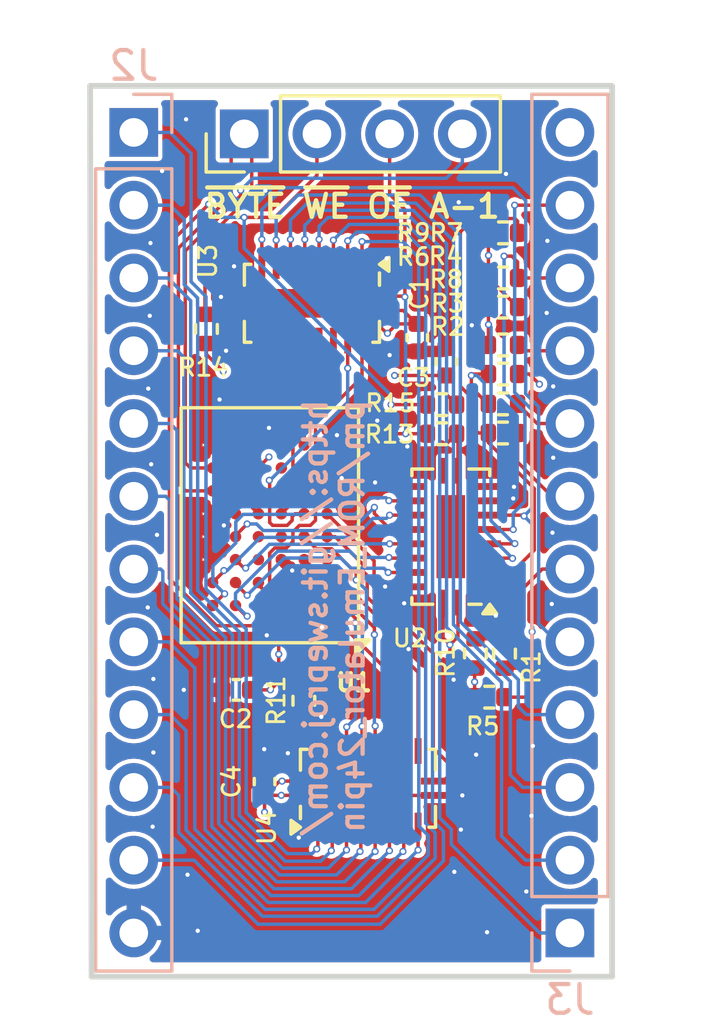
<source format=kicad_pcb>
(kicad_pcb
	(version 20240108)
	(generator "pcbnew")
	(generator_version "8.0")
	(general
		(thickness 1.6)
		(legacy_teardrops no)
	)
	(paper "A4")
	(layers
		(0 "F.Cu" signal)
		(1 "In1.Cu" signal)
		(2 "In2.Cu" signal)
		(31 "B.Cu" signal)
		(32 "B.Adhes" user "B.Adhesive")
		(33 "F.Adhes" user "F.Adhesive")
		(34 "B.Paste" user)
		(35 "F.Paste" user)
		(36 "B.SilkS" user "B.Silkscreen")
		(37 "F.SilkS" user "F.Silkscreen")
		(38 "B.Mask" user)
		(39 "F.Mask" user)
		(40 "Dwgs.User" user "User.Drawings")
		(41 "Cmts.User" user "User.Comments")
		(42 "Eco1.User" user "User.Eco1")
		(43 "Eco2.User" user "User.Eco2")
		(44 "Edge.Cuts" user)
		(45 "Margin" user)
		(46 "B.CrtYd" user "B.Courtyard")
		(47 "F.CrtYd" user "F.Courtyard")
		(48 "B.Fab" user)
		(49 "F.Fab" user)
		(50 "User.1" user)
		(51 "User.2" user)
		(52 "User.3" user)
		(53 "User.4" user)
		(54 "User.5" user)
		(55 "User.6" user)
		(56 "User.7" user)
		(57 "User.8" user)
		(58 "User.9" user)
	)
	(setup
		(stackup
			(layer "F.SilkS"
				(type "Top Silk Screen")
			)
			(layer "F.Paste"
				(type "Top Solder Paste")
			)
			(layer "F.Mask"
				(type "Top Solder Mask")
				(thickness 0.01)
			)
			(layer "F.Cu"
				(type "copper")
				(thickness 0.035)
			)
			(layer "dielectric 1"
				(type "prepreg")
				(thickness 0.1)
				(material "FR4")
				(epsilon_r 4.5)
				(loss_tangent 0.02)
			)
			(layer "In1.Cu"
				(type "copper")
				(thickness 0.035)
			)
			(layer "dielectric 2"
				(type "core")
				(thickness 1.24)
				(material "FR4")
				(epsilon_r 4.5)
				(loss_tangent 0.02)
			)
			(layer "In2.Cu"
				(type "copper")
				(thickness 0.035)
			)
			(layer "dielectric 3"
				(type "prepreg")
				(thickness 0.1)
				(material "FR4")
				(epsilon_r 4.5)
				(loss_tangent 0.02)
			)
			(layer "B.Cu"
				(type "copper")
				(thickness 0.035)
			)
			(layer "B.Mask"
				(type "Bottom Solder Mask")
				(thickness 0.01)
			)
			(layer "B.Paste"
				(type "Bottom Solder Paste")
			)
			(layer "B.SilkS"
				(type "Bottom Silk Screen")
			)
			(copper_finish "None")
			(dielectric_constraints no)
		)
		(pad_to_mask_clearance 0)
		(allow_soldermask_bridges_in_footprints no)
		(pcbplotparams
			(layerselection 0x00010fc_ffffffff)
			(plot_on_all_layers_selection 0x0000000_00000000)
			(disableapertmacros no)
			(usegerberextensions no)
			(usegerberattributes yes)
			(usegerberadvancedattributes yes)
			(creategerberjobfile yes)
			(dashed_line_dash_ratio 12.000000)
			(dashed_line_gap_ratio 3.000000)
			(svgprecision 4)
			(plotframeref no)
			(viasonmask no)
			(mode 1)
			(useauxorigin no)
			(hpglpennumber 1)
			(hpglpenspeed 20)
			(hpglpendiameter 15.000000)
			(pdf_front_fp_property_popups yes)
			(pdf_back_fp_property_popups yes)
			(dxfpolygonmode yes)
			(dxfimperialunits yes)
			(dxfusepcbnewfont yes)
			(psnegative no)
			(psa4output no)
			(plotreference yes)
			(plotvalue yes)
			(plotfptext yes)
			(plotinvisibletext no)
			(sketchpadsonfab no)
			(subtractmaskfromsilk no)
			(outputformat 1)
			(mirror no)
			(drillshape 1)
			(scaleselection 1)
			(outputdirectory "")
		)
	)
	(net 0 "")
	(net 1 "/D0")
	(net 2 "VCC")
	(net 3 "/D5")
	(net 4 "/D1")
	(net 5 "/D2")
	(net 6 "GND")
	(net 7 "/D6")
	(net 8 "/D4")
	(net 9 "/D3")
	(net 10 "/D7")
	(net 11 "Net-(U2-A0)")
	(net 12 "Net-(U2-A1)")
	(net 13 "Net-(U2-A2)")
	(net 14 "Net-(U2-A3)")
	(net 15 "Net-(U1-D8)")
	(net 16 "/~{OE}")
	(net 17 "unconnected-(U1-RY{slash}~{BY}-PadA3)")
	(net 18 "/~{BYTE}")
	(net 19 "/A8")
	(net 20 "Net-(U1-D4)")
	(net 21 "/A12")
	(net 22 "/A11")
	(net 23 "/~{WE}")
	(net 24 "unconnected-(U1-D14-PadF5)")
	(net 25 "unconnected-(U1-D12-PadF4)")
	(net 26 "Net-(U1-D7)")
	(net 27 "Net-(U1-D5)")
	(net 28 "/A0")
	(net 29 "/A2")
	(net 30 "/A9")
	(net 31 "/A7")
	(net 32 "/A10")
	(net 33 "/A13")
	(net 34 "unconnected-(U1-D9-PadG2)")
	(net 35 "/A4")
	(net 36 "Net-(U1-D3)")
	(net 37 "unconnected-(U1-D11-PadG3)")
	(net 38 "/A5")
	(net 39 "unconnected-(U1-D10-PadF3)")
	(net 40 "/A3")
	(net 41 "Net-(U1-D6)")
	(net 42 "/A6")
	(net 43 "Net-(U1-D2)")
	(net 44 "unconnected-(U1-D13-PadG5)")
	(net 45 "Net-(U1-D1)")
	(net 46 "/A1")
	(net 47 "Net-(U1-D0)")
	(net 48 "unconnected-(U2-B6-Pad12)")
	(net 49 "unconnected-(U2-B7-Pad11)")
	(net 50 "Net-(J2-Pin_1)")
	(net 51 "Net-(J2-Pin_8)")
	(net 52 "Net-(J2-Pin_6)")
	(net 53 "Net-(J2-Pin_2)")
	(net 54 "Net-(J2-Pin_5)")
	(net 55 "Net-(J2-Pin_4)")
	(net 56 "Net-(J2-Pin_7)")
	(net 57 "Net-(J2-Pin_3)")
	(net 58 "Net-(J3-Pin_9)")
	(net 59 "Net-(J3-Pin_8)")
	(net 60 "Net-(J3-Pin_7)")
	(net 61 "Net-(J3-Pin_10)")
	(net 62 "Net-(J3-Pin_6)")
	(net 63 "Net-(J3-Pin_11)")
	(net 64 "unconnected-(U1-NC-PadC4)")
	(net 65 "unconnected-(U1-NC-PadD3)")
	(net 66 "unconnected-(U1-NC-PadB3)")
	(net 67 "unconnected-(U1-NC-PadD4)")
	(net 68 "/A-1")
	(footprint "Resistor_SMD:R_0402_1005Metric" (layer "F.Cu") (at 48.2092 40.894))
	(footprint "Resistor_SMD:R_0402_1005Metric" (layer "F.Cu") (at 48.2072 38.3032 180))
	(footprint "Resistor_SMD:R_0402_1005Metric" (layer "F.Cu") (at 37.846 41.656 90))
	(footprint "Capacitor_SMD:C_0402_1005Metric" (layer "F.Cu") (at 38.8874 54.2544 180))
	(footprint "Resistor_SMD:R_0402_1005Metric" (layer "F.Cu") (at 48.2072 39.878 180))
	(footprint "Capacitor_SMD:C_0402_1005Metric" (layer "F.Cu") (at 39.878 57.4548 90))
	(footprint "Connector_PinHeader_2.54mm:PinHeader_1x04_P2.54mm_Vertical" (layer "F.Cu") (at 39.1668 34.8488 90))
	(footprint "Resistor_SMD:R_0402_1005Metric" (layer "F.Cu") (at 48.2072 42.2148 180))
	(footprint "Resistor_SMD:R_0402_1005Metric" (layer "F.Cu") (at 46.0756 45.3136 180))
	(footprint "Resistor_SMD:R_0402_1005Metric" (layer "F.Cu") (at 48.2072 44.2722 180))
	(footprint "Package_DFN_QFN:WQFN-20-1EP_2.5x4.5mm_P0.5mm_EP1x2.9mm" (layer "F.Cu") (at 43.4902 57.688 90))
	(footprint "Resistor_SMD:R_0402_1005Metric" (layer "F.Cu") (at 46.0756 44.2976 180))
	(footprint "Capacitor_SMD:C_0402_1005Metric" (layer "F.Cu") (at 45.212 41.9608 -90))
	(footprint "Resistor_SMD:R_0402_1005Metric" (layer "F.Cu") (at 48.26 52.9864 90))
	(footprint "Resistor_SMD:R_0402_1005Metric" (layer "F.Cu") (at 47.244 52.9824 -90))
	(footprint "Resistor_SMD:R_0402_1005Metric" (layer "F.Cu") (at 47.7266 54.5084 180))
	(footprint "ROM_Emulator:BGA-48_6.0x8.0mm_Layout6x8_P0.8mm" (layer "F.Cu") (at 40.062 48.508 180))
	(footprint "Package_DFN_QFN:WQFN-20-1EP_2.5x4.5mm_P0.5mm_EP1x2.9mm" (layer "F.Cu") (at 46.3844 48.9064 180))
	(footprint "Resistor_SMD:R_0402_1005Metric" (layer "F.Cu") (at 41.2496 54.6334 90))
	(footprint "Package_DFN_QFN:WQFN-20-1EP_2.5x4.5mm_P0.5mm_EP1x2.9mm" (layer "F.Cu") (at 41.5316 40.7624 -90))
	(footprint "Capacitor_SMD:C_0402_1005Metric" (layer "F.Cu") (at 46.228 42.8016 90))
	(footprint "Resistor_SMD:R_0402_1005Metric" (layer "F.Cu") (at 48.2092 43.2308))
	(footprint "Resistor_SMD:R_0402_1005Metric" (layer "F.Cu") (at 48.2072 45.2882 180))
	(footprint "Connector_PinHeader_2.54mm:PinHeader_1x12_P2.54mm_Vertical" (layer "B.Cu") (at 50.546 62.738))
	(footprint "Connector_PinHeader_2.54mm:PinHeader_1x12_P2.54mm_Vertical" (layer "B.Cu") (at 35.306 34.798 180))
	(gr_line
		(start 33.8328 64.262)
		(end 33.782 33.1724)
		(stroke
			(width 0.2)
			(type default)
		)
		(layer "Edge.Cuts")
		(uuid "35feea49-c017-450b-8d44-3892fddc9cf5")
	)
	(gr_line
		(start 52.0192 64.262)
		(end 33.8328 64.262)
		(stroke
			(width 0.2)
			(type default)
		)
		(layer "Edge.Cuts")
		(uuid "7753cd2e-0eb5-4fa8-8040-b4938811ab1a")
	)
	(gr_line
		(start 33.782 33.1724)
		(end 52.0192 33.1724)
		(stroke
			(width 0.2)
			(type default)
		)
		(layer "Edge.Cuts")
		(uuid "a98a812e-da85-4752-9bf0-23c0aa6c2618")
	)
	(gr_line
		(start 52.0192 33.1724)
		(end 52.0192 64.262)
		(stroke
			(width 0.2)
			(type default)
		)
		(layer "Edge.Cuts")
		(uuid "c5167f1a-93b2-438a-8875-142697a9ac44")
	)
	(gr_text "https://git.sweproj.com/\npm/ROM_Emulator_24pin"
		(at 43.4086 44.0436 90)
		(layer "B.SilkS")
		(uuid "29003503-239a-4dfb-be0e-49299110c6cb")
		(effects
			(font
				(size 0.8 0.8)
				(thickness 0.15)
				(bold yes)
			)
			(justify left bottom mirror)
		)
	)
	(gr_text "~{BYTE} ~{WE} ~{OE} A-1"
		(at 37.6936 37.846 0)
		(layer "F.SilkS")
		(uuid "f61a2a6c-cfea-489f-b520-00be28537675")
		(effects
			(font
				(size 0.8 0.8)
				(thickness 0.15)
				(bold yes)
			)
			(justify left bottom)
		)
	)
	(segment
		(start 43.2816 39.4624)
		(end 43.2816 38.608006)
		(width 0.12)
		(layer "F.Cu")
		(net 1)
		(uuid "24e4d8f1-bdf5-4659-a04d-99e5a0543753")
	)
	(segment
		(start 43.2816 38.608006)
		(end 43.281603 38.608003)
		(width 0.12)
		(layer "F.Cu")
		(net 1)
		(uuid "60f213fe-4cb9-4da1-9e1f-7576c39f27ca")
	)
	(via
		(at 43.281603 38.608003)
		(size 0.25)
		(drill 0.15)
		(layers "F.Cu" "B.Cu")
		(net 1)
		(uuid "be3bd9d5-a5f6-448b-ba5b-4a08c854a302")
	)
	(segment
		(start 44.704003 38.608003)
		(end 43.281603 38.608003)
		(width 0.12)
		(layer "B.Cu")
		(net 1)
		(uuid "0ce8ac64-d200-4428-ae11-085efd616a7e")
	)
	(segment
		(start 45.597 59.3384)
		(end 45.2654 59.0068)
		(width 0.12)
		(layer "B.Cu")
		(net 1)
		(uuid "40616a75-3b6e-466c-95bc-156d8f92d897")
	)
	(segment
		(start 45.2654 39.1694)
		(end 44.704003 38.608003)
		(width 0.12)
		(layer "B.Cu")
		(net 1)
		(uuid "49dfdc53-a9c5-433e-b8c6-67bf67556430")
	)
	(segment
		(start 45.2654 59.0068)
		(end 45.2654 39.1694)
		(width 0.12)
		(layer "B.Cu")
		(net 1)
		(uuid "55e52d20-fc98-4893-91ae-fe92f81e60d9")
	)
	(segment
		(start 35.306 55.118)
		(end 36.576 55.118)
		(width 0.12)
		(layer "B.Cu")
		(net 1)
		(uuid "6526d9c8-cdbf-45e2-98d9-22bf6811494b")
	)
	(segment
		(start 45.597 60.0162)
		(end 45.597 59.3384)
		(width 0.12)
		(layer "B.Cu")
		(net 1)
		(uuid "6ad10ec0-1bca-4a17-aa03-27b062dcb468")
	)
	(segment
		(start 43.6994 61.9138)
		(end 45.597 60.0162)
		(width 0.12)
		(layer "B.Cu")
		(net 1)
		(uuid "71545b83-5b28-459b-beff-c36c4811f91f")
	)
	(segment
		(start 39.901212 61.9138)
		(end 43.6994 61.9138)
		(width 0.12)
		(layer "B.Cu")
		(net 1)
		(uuid "75cf0d7c-ac81-453e-95dd-038bc01b3195")
	)
	(segment
		(start 37.1348 55.6768)
		(end 37.1348 59.147388)
		(width 0.12)
		(layer "B.Cu")
		(net 1)
		(uuid "8d9f0d5a-a511-4ed7-8947-fd6fd07891ec")
	)
	(segment
		(start 37.1348 59.147388)
		(end 39.901212 61.9138)
		(width 0.12)
		(layer "B.Cu")
		(net 1)
		(uuid "9375b2b1-421f-4781-8502-77fecbf41d0e")
	)
	(segment
		(start 36.576 55.118)
		(end 37.1348 55.6768)
		(width 0.12)
		(layer "B.Cu")
		(net 1)
		(uuid "b37a5590-5011-4052-8490-efc54addee59")
	)
	(segment
		(start 46.228 43.94)
		(end 46.5856 44.2976)
		(width 0.12)
		(layer "F.Cu")
		(net 2)
		(uuid "055902a3-7e8a-4a17-bd7a-6cbaa222a593")
	)
	(segment
		(start 40.4028 57.438)
		(end 40.4876 57.438)
		(width 0.12)
		(layer "F.Cu")
		(net 2)
		(uuid "0e855405-3326-4e65-9c03-3ef5f98bbc22")
	)
	(segment
		(start 40.4876 57.438)
		(end 41.1902 57.438)
		(width 0.12)
		(layer "F.Cu")
		(net 2)
		(uuid "10dec890-0d0e-49db-afea-d1e620557e7e")
	)
	(segment
		(start 47.6504 38.3072)
		(end 47.6464 38.3032)
		(width 0.12)
		(layer "F.Cu")
		(net 2)
		(uuid "1c62faf7-e622-44f7-93da-da3b15708f19")
	)
	(segment
		(start 46.353 52.6796)
		(end 46.353 53.0078)
		(width 0.12)
		(layer "F.Cu")
		(net 2)
		(uuid "200d24f6-208e-4744-9e54-9ea724be891d")
	)
	(segment
		(start 39.662 50.508)
		(end 39.662 50.584814)
		(width 0.12)
		(layer "F.Cu")
		(net 2)
		(uuid "21e317e2-e893-4e44-b0f1-a365ba65d936")
	)
	(segment
		(start 39.878 57.9348)
		(end 39.878 58.521602)
		(width 0.12)
		(layer "F.Cu")
		(net 2)
		(uuid "259b6815-5448-437f-befa-16524fa91961")
	)
	(segment
		(start 46.228 43.2816)
		(end 46.228 43.94)
		(width 0.12)
		(layer "F.Cu")
		(net 2)
		(uuid "267b895a-f83e-4516-a01a-b5b86f5a15f5")
	)
	(segment
		(start 41.187 57.9348)
		(end 41.1902 57.938)
		(width 0.12)
		(layer "F.Cu")
		(net 2)
		(uuid "274cb2a4-efdc-4268-bbd6-665c4cd9c511")
	)
	(segment
		(start 46.6344 52.3982)
		(end 46.353 52.6796)
		(width 0.12)
		(layer "F.Cu")
		(net 2)
		(uuid "2b5ce070-f107-4df5-9c63-72cf9d159279")
	)
	(segment
		(start 46.113 51.686917)
		(end 46.113 52.4396)
		(width 0.12)
		(layer "F.Cu")
		(net 2)
		(uuid "48893021-f9f5-4330-a2d9-cc8f1a6cf5b2")
	)
	(segment
		(start 39.662 46.4948)
		(end 40.0304 46.1264)
		(width 0.12)
		(layer "F.Cu")
		(net 2)
		(uuid "4dc82188-c089-41db-9e46-9481e1f817a4")
	)
	(segment
		(start 47.6972 39.878)
		(end 47.6972 39.094596)
		(width 0.12)
		(layer "F.Cu")
		(net 2)
		(uuid "52fff508-700e-4874-9ae9-0efee933b0a6")
	)
	(segment
		(start 40.372 53.9636)
		(end 40.0812 54.2544)
		(width 0.12)
		(layer "F.Cu")
		(net 2)
		(uuid "55c32de8-df0b-491f-b486-6479283fe1f4")
	)
	(segment
		(start 37.846 42.545)
		(end 38.4302 43.1292)
		(width 0.12)
		(layer "F.Cu")
		(net 2)
		(uuid "5a153341-ba30-4d95-b338-eed48ada1f19")
	)
	(segment
		(start 46.353 53.0078)
		(end 46.8376 53.4924)
		(width 0.12)
		(layer "F.Cu")
		(net 2)
		(uuid "5d49af9e-71ea-4fb3-ac77-e37345389aae")
	)
	(segment
		(start 40.4622 57.9348)
		(end 41.187 57.9348)
		(width 0.12)
		(layer "F.Cu")
		(net 2)
		(uuid "5f40d62d-55e3-4259-9c92-4c65543e5e6f")
	)
	(segment
		(start 46.1344 51.2064)
		(end 46.1344 51.665517)
		(width 0.12)
		(layer "F.Cu")
		(net 2)
		(uuid "645123dc-7fb7-45c7-8f7b-f162447b6cb3")
	)
	(segment
		(start 49.1236 43.2308)
		(end 49.4792 43.5864)
		(width 0.12)
		(layer "F.Cu")
		(net 2)
		(uuid "6b53bd71-ef2b-4109-8fa5-1349b570b61c")
	)
	(segment
		(start 39.662 46.508)
		(end 39.662 46.4948)
		(width 0.12)
		(layer "F.Cu")
		(net 2)
		(uuid "6bd8b427-2f60-4a84-bcc8-e80465e67680")
	)
	(segment
		(start 40.0812 51.592515)
		(end 40.372 51.883315)
		(width 0.12)
		(layer "F.Cu")
		(net 2)
		(uuid "6d69a8ce-25aa-4e74-95a6-fd0f9ba6bbb3")
	)
	(segment
		(start 37.846 42.166)
		(end 37.682 42.33)
		(width 0.12)
		(layer "F.Cu")
		(net 2)
		(uuid "76a2cd13-da46-43bf-ab23-e081a5c7af7c")
	)
	(segment
		(start 40.372 51.883315)
		(end 40.372 53.0098)
		(width 0.12)
		(layer "F.Cu")
		(net 2)
		(uuid "7ed855ae-fb34-4dd8-a7b9-64b4bb657981")
	)
	(segment
		(start 45.212 41.4808)
		(end 44.4982 41.4808)
		(width 0.12)
		(layer "F.Cu")
		(net 2)
		(uuid "83ff5dad-a69b-4935-b5ef-90206ad29e65")
	)
	(segment
		(start 45.1892 41.4808)
		(end 45.212 41.4808)
		(width 0.12)
		(layer "F.Cu")
		(net 2)
		(uuid "85b854ed-c72f-4fa2-a8ac-c444fced0eeb")
	)
	(segment
		(start 47.6972 39.878)
		(end 47.7032 39.878)
		(width 0.12)
		(layer "F.Cu")
		(net 2)
		(uuid "886ff428-30c4-40c6-8386-9aac38f96681")
	)
	(segment
		(start 47.2166 53.5198)
		(end 47.244 53.4924)
		(width 0.12)
		(layer "F.Cu")
		(net 2)
		(uuid "8ca439c2-c697-421e-8b96-7da21eecc997")
	)
	(segment
		(start 40.0812 51.004014)
		(end 40.0812 51.592515)
		(width 0.12)
		(layer "F.Cu")
		(net 2)
		(uuid "91dc59b9-16ec-4eb8-8c7c-86acf24078f1")
	)
	(segment
		(start 37.846 42.166)
		(end 37.846 42.545)
		(width 0.12)
		(layer "F.Cu")
		(net 2)
		(uuid "92c66393-9624-4ba0-8d7f-037b70cf058f")
	)
	(segment
		(start 44.7208 41.0124)
		(end 45.1892 41.4808)
		(width 0.12)
		(layer "F.Cu")
		(net 2)
		(uuid "944f2c75-b772-4db5-881f-9b6e9c078bcb")
	)
	(segment
		(start 48.7192 43.2308)
		(end 49.1236 43.2308)
		(width 0.12)
		(layer "F.Cu")
		(net 2)
		(uuid "98395976-841d-4e78-b2a2-95b6d779711b")
	)
	(segment
		(start 46.113 52.4396)
		(end 46.353 52.6796)
		(width 0.12)
		(layer "F.Cu")
		(net 2)
		(uuid "9d1183fc-5825-449b-a305-f3ed9870d4ba")
	)
	(segment
		(start 46.1344 51.665517)
		(end 46.113 51.686917)
		(width 0.12)
		(layer "F.Cu")
		(net 2)
		(uuid "a090183c-c50e-4a72-90ce-cd91b56bab64")
	)
	(segment
		(start 43.8316 41.0124)
		(end 44.7208 41.0124)
		(width 0.12)
		(layer "F.Cu")
		(net 2)
		(uuid "a59853c4-d1cc-4311-bb80-61ccd3d0c4e2")
	)
	(segment
		(start 43.8316 41.4948)
		(end 43.8316 41.0124)
		(width 0.12)
		(layer "F.Cu")
		(net 2)
		(uuid "a79e4bc7-239d-4d3d-bb1b-c06dc48d276d")
	)
	(segment
		(start 47.6972 38.3032)
		(end 47.6972 39.086604)
		(width 0.12)
		(layer "F.Cu")
		(net 2)
		(uuid "b009af7a-df2a-4b96-bc9f-482447a94820")
	)
	(segment
		(start 46.6344 51.2064)
		(end 46.6344 52.3982)
		(width 0.12)
		(layer "F.Cu")
		(net 2)
		(uuid "b1f3118b-f4a6-4599-b212-a1646d077655")
	)
	(segment
		(start 39.906 57.9348)
		(end 40.4028 57.438)
		(width 0.12)
		(layer "F.Cu")
		(net 2)
		(uuid "b7bde583-e357-4d41-8aa9-9876fccbb977")
	)
	(segment
		(start 46.228 43.2816)
		(end 44.4206 43.2816)
		(width 0.12)
		(layer "F.Cu")
		(net 2)
		(uuid "bb06496e-6511-4d9b-883e-d139dfa573aa")
	)
	(segment
		(start 47.2166 53.975)
		(end 47.2166 53.5198)
		(width 0.12)
		(layer "F.Cu")
		(net 2)
		(uuid "c5326a19-5204-48fe-aee0-25f64db6a26d")
	)
	(segment
		(start 39.878 57.9348)
		(end 39.906 57.9348)
		(width 0.12)
		(layer "F.Cu")
		(net 2)
		(uuid "ce04cc0b-61fa-41c1-a9db-e7151e574ec4")
	)
	(segment
		(start 39.878 57.9348)
		(end 40.4622 57.9348)
		(width 0.12)
		(layer "F.Cu")
		(net 2)
		(uuid "d380f016-66ce-4b0f-997c-63d8f885f303")
	)
	(segment
		(start 40.372 53.0098)
		(end 40.372 53.9636)
		(width 0.12)
		(layer "F.Cu")
		(net 2)
		(uuid "d7f3912e-9b44-41fe-8ffd-2133ccde0606")
	)
	(segment
		(start 47.7032 39.878)
		(end 48.7192 40.894)
		(width 0.12)
		(layer "F.Cu")
		(net 2)
		(uuid "ddb18b3f-7c8d-46aa-bcd6-71f46e04e27e")
	)
	(segment
		(start 44.1706 41.8084)
		(end 44.1452 41.8084)
		(width 0.12)
		(layer "F.Cu")
		(net 2)
		(uuid "de528148-96ce-462e-b65b-107de3e35ad9")
	)
	(segment
		(start 44.1452 41.8084)
		(end 43.8316 41.4948)
		(width 0.12)
		(layer "F.Cu")
		(net 2)
		(uuid "df01a14f-74b6-4c66-8131-3490081e4cdf")
	)
	(segment
		(start 47.6972 39.086604)
		(end 47.701196 39.0906)
		(width 0.12)
		(layer "F.Cu")
		(net 2)
		(uuid "e524ee5d-0785-4297-98ee-3abcfd0b4f91")
	)
	(segment
		(start 47.6972 39.094596)
		(end 47.701196 39.0906)
		(width 0.12)
		(layer "F.Cu")
		(net 2)
		(uuid "e842ecdc-018a-4d7d-a0b6-944031747c9b")
	)
	(segment
		(start 47.2166 54.5084)
		(end 47.2166 53.975)
		(width 0.12)
		(layer "F.Cu")
		(net 2)
		(uuid "e91b8098-58ad-4179-8214-d33efdb30f0f")
	)
	(segment
		(start 44.4982 41.4808)
		(end 44.1706 41.8084)
		(width 0.12)
		(layer "F.Cu")
		(net 2)
		(uuid "e98520cc-fd25-45f1-a542-bacaf5009125")
	)
	(segment
		(start 39.3674 54.2544)
		(end 40.0812 54.2544)
		(width 0.12)
		(layer "F.Cu")
		(net 2)
		(uuid "f5301c8b-e5bd-4f5b-b5e4-cdd2436dcd7a")
	)
	(segment
		(start 39.662 50.584814)
		(end 40.0812 51.004014)
		(width 0.12)
		(layer "F.Cu")
		(net 2)
		(uuid "faf87338-33cd-4231-99d7-9682a2adea20")
	)
	(segment
		(start 46.8376 53.4924)
		(end 47.244 53.4924)
		(width 0.12)
		(layer "F.Cu")
		(net 2)
		(uuid "fe8ad60a-2871-40aa-8f5b-4db89b094c93")
	)
	(via
		(at 44.4206 43.2816)
		(size 0.25)
		(drill 0.15)
		(layers "F.Cu" "B.Cu")
		(net 2)
		(uuid "1028ef7f-03cf-4f95-b05b-db0a24e3630b")
	)
	(via
		(at 40.0304 46.1264)
		(size 0.25)
		(drill 0.15)
		(layers "F.Cu" "B.Cu")
		(net 2)
		(uuid "11b3fc0f-1c75-46c0-b423-58cb2ba07846")
	)
	(via
		(at 38.4302 43.1292)
		(size 0.25)
		(drill 0.15)
		(layers "F.Cu" "B.Cu")
		(net 2)
		(uuid "1b258ebf-9d3b-4180-9747-5cec051de5fd")
	)
	(via
		(at 47.701196 39.0906)
		(size 0.25)
		(drill 0.15)
		(layers "F.Cu" "B.Cu")
		(net 2)
		(uuid "37e6703d-adcb-4ed7-b445-8d143dbe8146")
	)
	(via
		(at 40.4876 57.438)
		(size 0.25)
		(drill 0.15)
		(layers "F.Cu" "B.Cu")
		(net 2)
		(uuid "3a033a55-3ba3-47e4-b109-382805f5f18c")
	)
	(via
		(at 46.353 52.6796)
		(size 0.25)
		(drill 0.15)
		(layers "F.Cu" "B.Cu")
		(net 2)
		(uuid "57dbd256-de7a-4f53-ac80-3c35448c9e66")
	)
	(via
		(at 44.1706 41.8084)
		(size 0.25)
		(drill 0.15)
		(layers "F.Cu" "B.Cu")
		(net 2)
		(uuid "5d1b06c7-cfac-4815-a50a-ab5d8c0b086f")
	)
	(via
		(at 39.878 58.521602)
		(size 0.25)
		(drill 0.15)
		(layers "F.Cu" "B.Cu")
		(net 2)
		(uuid "79ef6cdd-3eed-4a64-9921-01969e652f10")
	)
	(via
		(at 49.4792 43.5864)
		(size 0.25)
		(drill 0.15)
		(layers "F.Cu" "B.Cu")
		(net 2)
		(uuid "8203d753-2432-40d8-81ae-b58cc5b06bfd")
	)
	(via
		(at 40.4622 57.9348)
		(size 0.25)
		(drill 0.15)
		(layers "F.Cu" "B.Cu")
		(net 2)
		(uuid "d0ba2593-191e-4a53-9314-16cd228de688")
	)
	(via
		(at 40.0812 54.2544)
		(size 0.25)
		(drill 0.15)
		(layers "F.Cu" "B.Cu")
		(net 2)
		(uuid "d8d1c93a-caeb-47a9-abe5-d87b51d0d7e9")
	)
	(via
		(at 40.372 53.0098)
		(size 0.25)
		(drill 0.15)
		(layers "F.Cu" "B.Cu")
		(net 2)
		(uuid "e9c03ca7-cdcf-411a-9e5f-10ebc1f3fc57")
	)
	(via
		(at 47.2166 53.975)
		(size 0.25)
		(drill 0.15)
		(layers "F.Cu" "B.Cu")
		(net 2)
		(uuid "f7aeb255-bc32-4019-8708-e8533195916e")
	)
	(segment
		(start 40.7816 39.4624)
		(end 40.7816 38.531804)
		(width 0.12)
		(layer "F.Cu")
		(net 3)
		(uuid "5b00c56d-6cbd-4b0e-9355-f8a00be9b7b9")
	)
	(via
		(at 40.7816 38.531804)
		(size 0.25)
		(drill 0.15)
		(layers "F.Cu" "B.Cu")
		(net 3)
		(uuid "7cf7b7ae-cff7-4d6e-b07f-bff028b89bbb")
	)
	(segment
		(start 48.895 57.658)
		(end 48.4632 57.2262)
		(width 0.12)
		(layer "B.Cu")
		(net 3)
		(uuid "17df984c-3ae1-4fee-8f93-3e76809b55f2")
	)
	(segment
		(start 40.7816 37.8568)
		(end 40.7816 38.531804)
		(width 0.12)
		(layer "B.Cu")
		(net 3)
		(uuid "2713750d-eeb2-4073-a7a9-8f2902759f03")
	)
	(segment
		(start 48.4632 57.2262)
		(end 48.4632 53.958812)
		(width 0.12)
		(layer "B.Cu")
		(net 3)
		(uuid "2a5f4b30-33dc-4ec4-8482-216fa11bfca1")
	)
	(segment
		(start 46.476165 51.971777)
		(end 46.476165 38.576765)
		(width 0.12)
		(layer "B.Cu")
		(net 3)
		(uuid "4d95fbd6-d0df-4539-b14b-393f0a5aceb8")
	)
	(segment
		(start 48.4632 53.958812)
		(end 46.476165 51.971777)
		(width 0.12)
		(layer "B.Cu")
		(net 3)
		(uuid "645b26a8-e36e-4947-b67f-fd61350974fc")
	)
	(segment
		(start 41.3766 37.2618)
		(end 40.7816 37.8568)
		(width 0.12)
		(layer "B.Cu")
		(net 3)
		(uuid "67093402-2cbc-4bca-9524-c1e5c2269e71")
	)
	(segment
		(start 50.546 57.658)
		(end 48.895 57.658)
		(width 0.12)
		(layer "B.Cu")
		(net 3)
		(uuid "6fcda5fe-ca09-483b-a759-800af179ca96")
	)
	(segment
		(start 45.1612 37.2618)
		(end 41.3766 37.2618)
		(width 0.12)
		(layer "B.Cu")
		(net 3)
		(uuid "a6906163-2d36-4701-8a34-e0e9c20a101d")
	)
	(segment
		(start 46.476165 38.576765)
		(end 45.1612 37.2618)
		(width 0.12)
		(layer "B.Cu")
		(net 3)
		(uuid "c3304b57-3712-4281-9c3d-c0483146b1f7")
	)
	(segment
		(start 42.7816 39.4624)
		(end 42.7816 38.582602)
		(width 0.12)
		(layer "F.Cu")
		(net 4)
		(uuid "ea6a1ce2-3668-42d5-b927-24aff4f3a372")
	)
	(via
		(at 42.7816 38.582602)
		(size 0.25)
		(drill 0.15)
		(layers "F.Cu" "B.Cu")
		(net 4)
		(uuid "e59e3db3-27b9-49c8-8b58-261b945d9c7a")
	)
	(segment
		(start 45.837 59.238988)
		(end 45.837 60.1318)
		(width 0.12)
		(layer "B.Cu")
		(net 4)
		(uuid "0390776a-739a-4bd4-a062-d228089daa11")
	)
	(segment
		(start 45.5054 58.907388)
		(end 45.837 59.238988)
		(width 0.12)
		(layer "B.Cu")
		(net 4)
		(uuid "1f7def5e-5628-4862-bd3b-7c82d44d05bb")
	)
	(segment
		(start 44.775403 38.273003)
		(end 45.5054 39.003)
		(width 0.12)
		(layer "B.Cu")
		(net 4)
		(uuid "20637db4-e14b-4062-a6fd-c964daa8582f")
	)
	(segment
		(start 42.7816 38.582602)
		(end 43.091199 38.273003)
		(width 0.12)
		(layer "B.Cu")
		(net 4)
		(uuid "4b955cf8-4959-40c3-a0b2-7fe2842b4fa6")
	)
	(segment
		(start 45.837 60.1318)
		(end 43.815 62.1538)
		(width 0.12)
		(layer "B.Cu")
		(net 4)
		(uuid "4eb10f28-fe98-4140-b00e-ef26861b5deb")
	)
	(segment
		(start 36.8808 57.9374)
		(end 36.6014 57.658)
		(width 0.12)
		(layer "B.Cu")
		(net 4)
		(uuid "4fd22414-a0ae-4d34-8192-33d759efb5a8")
	)
	(segment
		(start 39.8018 62.1538)
		(end 36.8808 59.2328)
		(width 0.12)
		(layer "B.Cu")
		(net 4)
		(uuid "62dc2e8e-d4e0-4609-b13c-e82e4dc6872f")
	)
	(segment
		(start 36.8808 59.2328)
		(end 36.8808 57.9374)
		(width 0.12)
		(layer "B.Cu")
		(net 4)
		(uuid "cfd37620-0f73-4c83-a5fe-7d21cea19c77")
	)
	(segment
		(start 36.6014 57.658)
		(end 35.306 57.658)
		(width 0.12)
		(layer "B.Cu")
		(net 4)
		(uuid "e5f30008-5daa-447c-8cbe-1f1c0f8fefc4")
	)
	(segment
		(start 45.5054 39.003)
		(end 45.5054 58.907388)
		(width 0.12)
		(layer "B.Cu")
		(net 4)
		(uuid "e693e4b5-5f41-4d83-8329-709ab0fc2edf")
	)
	(segment
		(start 43.815 62.1538)
		(end 39.8018 62.1538)
		(width 0.12)
		(layer "B.Cu")
		(net 4)
		(uuid "fa17c061-3095-47d0-8588-e912c5f6b1c9")
	)
	(segment
		(start 43.091199 38.273003)
		(end 44.775403 38.273003)
		(width 0.12)
		(layer "B.Cu")
		(net 4)
		(uuid "fe3b6145-4c6d-4a78-88d1-b1016023254a")
	)
	(segment
		(start 42.2816 39.4624)
		(end 42.2816 38.557202)
		(width 0.12)
		(layer "F.Cu")
		(net 5)
		(uuid "7cd5dbd5-769c-454f-ae33-b5785e754bc7")
	)
	(via
		(at 42.2816 38.557202)
		(size 0.25)
		(drill 0.15)
		(layers "F.Cu" "B.Cu")
		(net 5)
		(uuid "ed9b2219-6b13-42fc-af3e-7c00970b0f30")
	)
	(segment
		(start 42.831202 38.0076)
		(end 42.2816 38.557202)
		(width 0.12)
		(layer "B.Cu")
		(net 5)
		(uuid "024c62ef-aaf1-41e9-b778-3a5d442473ee")
	)
	(segment
		(start 35.306 60.198)
		(end 37.4142 60.198)
		(width 0.12)
		(layer "B.Cu")
		(net 5)
		(uuid "0375b952-ac36-4ed8-ad23-92787ef85688")
	)
	(segment
		(start 39.6494 62.4332)
		(end 43.9166 62.4332)
		(width 0.12)
		(layer "B.Cu")
		(net 5)
		(uuid "3a894aee-5ef9-4eff-a063-50a732668377")
	)
	(segment
		(start 37.4142 60.198)
		(end 39.6494 62.4332)
		(width 0.12)
		(layer "B.Cu")
		(net 5)
		(uuid "497d4ed7-28c0-4a6d-82ac-d1f0aa912ba8")
	)
	(segment
		(start 44.849412 38.0076)
		(end 42.831202 38.0076)
		(width 0.12)
		(layer "B.Cu")
		(net 5)
		(uuid "4f2f1e79-1645-4353-9da9-461e76965b23")
	)
	(segment
		(start 43.9166 62.4332)
		(end 46.1264 60.2234)
		(width 0.12)
		(layer "B.Cu")
		(net 5)
		(uuid "61a0fe9d-9d59-4d90-a201-6db78a042ce9")
	)
	(segment
		(start 46.1264 59.188977)
		(end 45.7454 58.807977)
		(width 0.12)
		(layer "B.Cu")
		(net 5)
		(uuid "809792e3-93e2-4497-a760-e22fe198ab5c")
	)
	(segment
		(start 45.7454 38.903588)
		(end 44.849412 38.0076)
		(width 0.12)
		(layer "B.Cu")
		(net 5)
		(uuid "8be92640-9d29-45ca-912a-8e0c6af9c577")
	)
	(segment
		(start 45.7454 58.807977)
		(end 45.7454 38.903588)
		(width 0.12)
		(layer "B.Cu")
		(net 5)
		(uuid "a62effb1-9887-4738-9e77-112fa6a5e77a")
	)
	(segment
		(start 46.1264 60.2234)
		(end 46.1264 59.188977)
		(width 0.12)
		(layer "B.Cu")
		(net 5)
		(uuid "c4c41532-006b-4da8-b545-79b85919db9b")
	)
	(segment
		(start 38.062 49.708)
		(end 38.062 48.908)
		(width 0.12)
		(layer "F.Cu")
		(net 6)
		(uuid "24d4d26d-d78f-4c57-9098-56a6b59bbd9c")
	)
	(segment
		(start 38.062 45.708)
		(end 38.062 44.361)
		(width 0.12)
		(layer "F.Cu")
		(net 6)
		(uuid "27c66e7f-c2bd-4465-ab62-05c04797b70d")
	)
	(segment
		(start 46.228 42.3216)
		(end 46.1088 42.4408)
		(width 0.12)
		(layer "F.Cu")
		(net 6)
		(uuid "29c126b5-7504-4e87-a945-4b8a0c1edf8a")
	)
	(segment
		(start 46.1088 42.4408)
		(end 44.3764 42.4408)
		(width 0.4)
		(layer "F.Cu")
		(net 6)
		(uuid "2c807e9f-19d0-4966-b972-42fd01373776")
	)
	(segment
		(start 46.0248 41.5798)
		(end 46.228 41.783)
		(width 0.12)
		(layer "F.Cu")
		(net 6)
		(uuid "2e537f3d-8324-48da-9435-6c0461e83e28")
	)
	(segment
		(start 45.0844 50.6564)
		(end 44.0972 50.6564)
		(width 0.12)
		(layer "F.Cu")
		(net 6)
		(uuid "2e968816-0f2f-4687-82c2-cf8e747026f8")
	)
	(segment
		(start 46.0856 45.8136)
		(end 44.919019 45.8136)
		(width 0.12)
		(layer "F.Cu")
		(net 6)
		(uuid "31ee63ef-65e2-48a7-a6ef-8556848c64a7")
	)
	(segment
		(start 45.7902 57.938)
		(end 46.7862 57.938)
		(width 0.12)
		(layer "F.Cu")
		(net 6)
		(uuid "3d735c0e-e17d-4073-b121-60e1963f9d06")
	)
	(segment
		(start 44.919019 45.8136)
		(end 44.865074 45.759655)
		(width 0.12)
		(layer "F.Cu")
		(net 6)
		(uuid "3f553fa3-cdba-4c01-b024-a06d49e5b539")
	)
	(segment
		(start 47.6844 47.6564)
		(end 48.4826 47.6564)
		(width 0.12)
		(layer "F.Cu")
		(net 6)
		(uuid "4073e8f3-6a52-426d-b083-2dcfb03a2ea0")
	)
	(segment
		(start 41.262 50.508)
		(end 40.843002 50.089002)
		(width 0.12)
		(layer "F.Cu")
		(net 6)
		(uuid "417a26c8-c868-4ef6-8066-55e1682ab9af")
	)
	(segment
		(start 46.7862 57.938)
		(end 46.7868 57.9374)
		(width 0.12)
		(layer "F.Cu")
		(net 6)
		(uuid "4ffb77ea-737a-495d-af0d-db194515709b")
	)
	(segment
		(start 43.4902 57.688)
		(end 43.7402 57.938)
		(width 0.12)
		(layer "F.Cu")
		(net 6)
		(uuid "541b4310-123c-4905-8012-8e223ddafb57")
	)
	(segment
		(start 38.062 48.108)
		(end 38.062 48.908)
		(width 0.12)
		(layer "F.Cu")
		(net 6)
		(uuid "5444e6a5-1da4-4de5-a1eb-6b3d41759da6")
	)
	(segment
		(start 39.878 56.3372)
		(end 39.865298 56.324498)
		(width 0.12)
		(layer "F.Cu")
		(net 6)
		(uuid "55b31113-c2e1-4e1f-816c-da14c36abb2a")
	)
	(segment
		(start 38.38 40.5124)
		(end 38.354 40.5384)
		(width 0.12)
		(layer "F.Cu")
		(net 6)
		(uuid "57d7eb85-6752-4cee-8e7c-62417daa44d1")
	)
	(segment
		(start 39.2316 40.5124)
		(end 41.2816 40.5124)
		(width 0.12)
		(layer "F.Cu")
		(net 6)
		(uuid "59132164-e983-4920-96ad-80d745be2721")
	)
	(segment
		(start 48.4826 47.6564)
		(end 48.5648 47.5742)
		(width 0.12)
		(layer "F.Cu")
		(net 6)
		(uuid "5c3ac205-85ad-4243-ba57-3cb7b70a9db7")
	)
	(segment
		(start 38.062 44.361)
		(end 38.3032 44.1198)
		(width 0.12)
		(layer "F.Cu")
		(net 6)
		(uuid "5cf2665e-447b-4fde-9374-bc3ad0ec4c3b")
	)
	(segment
		(start 46.6344 46.6064)
		(end 46.6344 48.6564)
		(width 0.12)
		(layer "F.Cu")
		(net 6)
		(uuid "5d77fd21-ef40-4a6e-89b9-824e495c06c5")
	)
	(segment
		(start 42.1254 47.308)
		(end 42.545 46.8884)
		(width 0.12)
		(layer "F.Cu")
		(net 6)
		(uuid "6967ea40-391e-4b18-a32b-65e3e3f5f7e8")
	)
	(segment
		(start 42.062 45.708)
		(end 42.4056 45.3644)
		(width 0.12)
		(layer "F.Cu")
		(net 6)
		(uuid "6b56ea01-7488-4dad-aa89-a9322ef66afb")
	)
	(segment
		(start 42.062 45.708)
		(end 42.1252 45.708)
		(width 0.12)
		(layer "F.Cu")
		(net 6)
		(uuid "6ebcb9c3-b2db-45f1-8828-a34b679af0c1")
	)
	(segment
		(start 41.712 56.5964)
		(end 41.712 55.3414)
		(width 0.12)
		(layer "F.Cu")
		(net 6)
		(uuid "7162e162-bc69-4448-a062-bf2da1fc1b08")
	)
	(segment
		(start 42.062 47.308)
		(end 42.1254 47.308)
		(width 0.12)
		(layer "F.Cu")
		(net 6)
		(uuid "7396c62d-623e-49e2-872c-896c791dd6b4")
	)
	(segment
		(start 46.5856 45.3136)
		(end 46.0856 45.8136)
		(width 0.12)
		(layer "F.Cu")
		(net 6)
		(uuid "73e8cf08-6919-462a-a01c-58d4b5216875")
	)
	(segment
		(start 45.212 42.3926)
		(end 46.0248 41.5798)
		(width 0.12)
		(layer "F.Cu")
		(net 6)
		(uuid "75a389f4-e127-44e6-9d95-57f2809efba7")
	)
	(segment
		(start 46.6344 45.3624)
		(end 46.5856 45.3136)
		(width 0.12)
		(layer "F.Cu")
		(net 6)
		(uuid "7d3e143d-5970-4e61-ade7-d46f3c998d21")
	)
	(segment
		(start 39.2316 40.5124)
		(end 38.38 40.5124)
		(width 0.12)
		(layer "F.Cu")
		(net 6)
		(uuid "8c40526e-16f7-4b4c-8a02-63c5e23bd04f")
	)
	(segment
		(start 45.212 42.4408)
		(end 45.212 42.3926)
		(width 0.12)
		(layer "F.Cu")
		(net 6)
		(uuid "8ebbc3d9-7cf1-4350-9df2-835740114a9b")
	)
	(segment
		(start 46.7192 59.148)
		(end 46.736 59.1312)
		(width 0.12)
		(layer "F.Cu")
		(net 6)
		(uuid "9c14a9ca-f807-4370-af71-55264f436662")
	)
	(segment
		(start 41.8084 55.1434)
		(end 41.8592 55.1942)
		(width 0.12)
		(layer "F.Cu")
		(net 6)
		(uuid "a3726ff7-f630-4c2e-afb9-a9ba598a0e4a")
	)
	(segment
		(start 41.2816 40.5124)
		(end 41.5316 40.7624)
		(width 0.12)
		(layer "F.Cu")
		(net 6)
		(uuid "ad90bbc6-10ee-476a-bc91-7e30ba37cfd5")
	)
	(segment
		(start 43.7402 57.938)
		(end 45.7902 57.938)
		(width 0.12)
		(layer "F.Cu")
		(net 6)
		(uuid "ad931a19-7744-4dd7-85a8-8049173864ee")
	)
	(segment
		(start 44.3764 42.4408)
		(end 44.2468 42.5704)
		(width 0.12)
		(layer "F.Cu")
		(net 6)
		(uuid "af01301b-6bdd-417b-8e6e-308b1722fa1c")
	)
	(segment
		(start 42.4056 45.3644)
		(end 42.40561 45.3644)
		(width 0.12)
		(layer "F.Cu")
		(net 6)
		(uuid "b5fa833f-0821-4bfa-a129-2806ee78476e")
	)
	(segment
		(start 48.5788 47.1564)
		(end 48.5902 47.1678)
		(width 0.12)
		(layer "F.Cu")
		(net 6)
		(uuid "bf1c9846-9bec-40e5-89c7-bceaba2a0347")
	)
	(segment
		(start 42.545 46.8884)
		(end 42.5704 46.863)
		(width 0.12)
		(layer "F.Cu")
		(net 6)
		(uuid "c1773f7c-5c68-47e2-8bc6-efacc2b65a9f")
	)
	(segment
		(start 46.228 41.783)
		(end 46.228 42.3216)
		(width 0.12)
		(layer "F.Cu")
		(net 6)
		(uuid "c53d5c30-29fe-4863-8103-3c6015c565a5")
	)
	(segment
		(start 41.2496 55.1434)
		(end 41.8084 55.1434)
		(width 0.12)
		(layer "F.Cu")
		(net 6)
		(uuid "c5452624-5889-47e0-8391-0568812713eb")
	)
	(segment
		(start 47.6844 47.1564)
		(end 48.5788 47.1564)
		(width 0.12)
		(layer "F.Cu")
		(net 6)
		(uuid "c9920085-81a9-498d-b25e-3612c1a4ba8d")
	)
	(segment
		(start 40.462 49.708)
		(end 40.843002 50.089002)
		(width 0.12)
		(layer "F.Cu")
		(net 6)
		(uuid "d013a2f7-cb81-4992-aa6e-cc3da8995e0f")
	)
	(segment
		(start 41.712 55.3414)
		(end 41.8592 55.1942)
		(width 0.12)
		(layer "F.Cu")
		(net 6)
		(uuid "d049e43b-43b4-41ac-97b9-2f659018f607")
	)
	(segment
		(start 38.062 48.1204)
		(end 38.4556 48.514)
		(width 0.12)
		(layer "F.Cu")
		(net 6)
		(uuid "d504a2cf-4da0-4503-a0ad-05f1bbe873da")
	)
	(segment
		(start 44.0972 50.6564)
		(end 44.0884 50.6476)
		(width 0.12)
		(layer "F.Cu")
		(net 6)
		(uuid "d87f989f-f880-4cfd-8db9-f70c35449995")
	)
	(segment
		(start 38.062 48.108)
		(end 38.062 48.1204)
		(width 0.12)
		(layer "F.Cu")
		(net 6)
		(uuid "d914e680-5bdd-4dd1-88e9-cbd99c9485d3")
	)
	(segment
		(start 46.6344 48.6564)
		(end 46.3844 48.9064)
		(width 0.12)
		(layer "F.Cu")
		(net 6)
		(uuid "e9047571-500a-4ff8-aff2-f884b2de02e6")
	)
	(segment
		(start 37.054605 54.2544)
		(end 37.0546 54.254405)
		(width 0.12)
		(layer "F.Cu")
		(net 6)
		(uuid "f6dee2f2-8f27-49c7-8aa6-e6ce444a86fd")
	)
	(segment
		(start 39.878 56.9748)
		(end 39.878 56.3372)
		(width 0.12)
		(layer "F.Cu")
		(net 6)
		(uuid "f6ea2cee-4f01-4099-904d-fd4dbd7eb965")
	)
	(segment
		(start 46.6344 46.6064)
		(end 46.6344 45.3624)
		(width 0.12)
		(layer "F.Cu")
		(net 6)
		(uuid "f85d0554-f14e-4396-9662-27469c53ecfc")
	)
	(segment
		(start 38.4074 54.2544)
		(end 37.054605 54.2544)
		(width 0.12)
		(layer "F.Cu")
		(net 6)
		(uuid "fc2c7115-9fc0-42ec-aa12-407f711fc988")
	)
	(via
		(at 43.815 44.8564)
		(size 0.25)
		(drill 0.15)
		(layers "F.Cu" "B.Cu")
		(free yes)
		(net 6)
		(uuid "04a2741f-5839-48bd-8f9c-b5d96a4209a4")
	)
	(via
		(at 36.2966 36.1442)
		(size 0.25)
		(drill 0.15)
		(layers "F.Cu" "B.Cu")
		(free yes)
		(net 6)
		(uuid "0b9cfa66-6807-48fc-b3ea-dae194a70358")
	)
	(via
		(at 35.9156 46.3804)
		(size 0.25)
		(drill 0.15)
		(layers "F.Cu" "B.Cu")
		(free yes)
		(net 6)
		(uuid "0d5195d7-dd3a-4ce5-8017-bfe6069f290b")
	)
	(via
		(at 49.911 51.2572)
		(size 0.25)
		(drill 0.15)
		(layers "F.Cu" "B.Cu")
		(free yes)
		(net 6)
		(uuid "105c3ec6-7eec-4305-b9b6-146209af0810")
	)
	(via
		(at 37.0546 54.254405)
		(size 0.25)
		(drill 0.15)
		(layers "F.Cu" "B.Cu")
		(net 6)
		(uuid "106117fd-20c7-4d25-8927-a18cb40a0c6f")
	)
	(via
		(at 48.5648 47.5742)
		(size 0.25)
		(drill 0.15)
		(layers "F.Cu" "B.Cu")
		(net 6)
		(uuid "191b0d50-5d8c-4772-9a96-5a1d4bdc91b1")
	)
	(via
		(at 44.7548 51.2318)
		(size 0.25)
		(drill 0.15)
		(layers "F.Cu" "B.Cu")
		(free yes)
		(net 6)
		(uuid "19de66c7-aa5f-41a0-a934-e03f57097ecc")
	)
	(via
		(at 49.1998 58.6486)
		(size 0.25)
		(drill 0.15)
		(layers "F.Cu" "B.Cu")
		(free yes)
		(net 6)
		(uuid "1c7e76fb-902d-4ed8-9fd2-ee4aaf8823a9")
	)
	(via
		(at 49.022 61.2902)
		(size 0.25)
		(drill 0.15)
		(layers "F.Cu" "B.Cu")
		(free yes)
		(net 6)
		(uuid "224e2870-e93b-4a5b-98d8-82c4ed659ac4")
	)
	(via
		(at 44.865074 45.759655)
		(size 0.25)
		(drill 0.15)
		(layers "F.Cu" "B.Cu")
		(net 6)
		(uuid "25d4019e-93ca-47a7-a9aa-ae8956df9a0e")
	)
	(via
		(at 44.0884 50.6476)
		(size 0.25)
		(drill 0.15)
		(layers "F.Cu" "B.Cu")
		(net 6)
		(uuid "2ccef253-09ea-4a8e-82cb-10b9f5a91599")
	)
	(via
		(at 37.5412 62.6618)
		(size 0.25)
		(drill 0.15)
		(layers "F.Cu" "B.Cu")
		(free yes)
		(net 6)
		(uuid "34823530-337e-4fc0-955e-29cb3d0b3d96")
	)
	(via
		(at 35.9918 53.8734)
		(size 0.25)
		(drill 0.15)
		(layers "F.Cu" "B.Cu")
		(free yes)
		(net 6)
		(uuid "3caf9d83-ee00-4c36-b321-4b54729feed9")
	)
	(via
		(at 46.7868 57.9374)
		(size 0.25)
		(drill 0.15)
		(layers "F.Cu" "B.Cu")
		(net 6)
		(uuid "401382d4-1e12-4ee9-9424-032ed35c9ef5")
	)
	(via
		(at 35.814 43.7388)
		(size 0.25)
		(drill 0.15)
		(layers "F.Cu" "B.Cu")
		(free yes)
		(net 6)
		(uuid "40808c95-ff0b-474b-927c-9792518757a5")
	)
	(via
		(at 49.9618 43.6626)
		(size 0.25)
		(drill 0.15)
		(layers "F.Cu" "B.Cu")
		(free yes)
		(net 6)
		(uuid "41628196-eb3e-4af5-85bd-c9913c73853c")
	)
	(via
		(at 49.7332 41.0972)
		(size 0.25)
		(drill 0.15)
		(layers "F.Cu" "B.Cu")
		(free yes)
		(net 6)
		(uuid "417d428c-c10a-4842-ab3d-6a8a3a19af26")
	)
	(via
		(at 47.117 41.529)
		(size 0.25)
		(drill 0.15)
		(layers "F.Cu" "B.Cu")
		(free yes)
		(net 6)
		(uuid "432070e4-80a9-44d8-95e5-58b56146fd7a")
	)
	(via
		(at 49.9618 46.1518)
		(size 0.25)
		(drill 0.15)
		(layers "F.Cu" "B.Cu")
		(free yes)
		(net 6)
		(uuid "538f369e-1d73-42a2-ba75-c02948382751")
	)
	(via
		(at 44.2468 42.5704)
		(size 0.25)
		(drill 0.15)
		(layers "F.Cu" "B.Cu")
		(net 6)
		(uuid "5c723a9a-a7f8-4e1f-b99e-73a948f1a80c")
	)
	(via
		(at 38.3032 44.1198)
		(size 0.25)
		(drill 0.15)
		(layers "F.Cu" "B.Cu")
		(net 6)
		(uuid "5ce083c0-b6a8-47f2-bab4-f15f45c6ff7e")
	)
	(via
		(at 44.9072 52.832)
		(size 0.25)
		(drill 0.15)
		(layers "F.Cu" "B.Cu")
		(free yes)
		(net 6)
		(uuid "62c0a13a-9614-4c9c-9d9b-078bb7bf7e45")
	)
	(via
		(at 48.5902 47.1678)
		(size 0.25)
		(drill 0.15)
		(layers "F.Cu" "B.Cu")
		(net 6)
		(uuid "65340c60-cd45-4f6f-8c8a-9fb351016b44")
	)
	(via
		(at 47.6504 62.7126)
		(size 0.25)
		(drill 0.15)
		(layers "F.Cu" "B.Cu")
		(free yes)
		(net 6)
		(uuid "662c1b01-71fc-4daf-afe3-425ea3b7d98f")
	)
	(via
		(at 40.843002 50.089002)
		(size 0.25)
		(drill 0.15)
		(layers "F.Cu" "B.Cu")
		(net 6)
		(uuid "672a8a48-a307-4809-9eb0-2ab4ad1e4bab")
	)
	(via
		(at 40.0304 45.1104)
		(size 0.25)
		(drill 0.15)
		(layers "F.Cu" "B.Cu")
		(free yes)
		(net 6)
		(uuid "6d985818-a2a7-4415-9164-ebd49dbbd320")
	)
	(via
		(at 41.8592 55.1942)
		(size 0.25)
		(drill 0.15)
		(layers "F.Cu" "B.Cu")
		(net 6)
		(uuid "6e0724f3-a1e1-4c2a-a783-8734d72edd3c")
	)
	(via
		(at 41.0718 59.4106)
		(size 0.25)
		(drill 0.15)
		(layers "F.Cu" "B.Cu")
		(free yes)
		(net 6)
		(uuid "6e58f5d9-cb1f-4e0c-92ba-60c0941d5b3b")
	)
	(via
		(at 39.9034 36.83)
		(size 0.25)
		(drill 0.15)
		(layers "F.Cu" "B.Cu")
		(free yes)
		(net 6)
		(uuid "71c27c90-10de-485c-8578-7ad4267588f2")
	)
	(via
		(at 43.7388 47.0154)
		(size 0.25)
		(drill 0.15)
		(layers "F.Cu" "B.Cu")
		(free yes)
		(net 6)
		(uuid "73892ad6-1043-409b-b752-9c70dc063d36")
	)
	(via
		(at 46.482 53.8988)
		(size 0.25)
		(drill 0.15)
		(layers "F.Cu" "B.Cu")
		(free yes)
		(net 6)
		(uuid "73a8af7e-0b24-4e6e-b148-6495484205ec")
	)
	(via
		(at 47.9552 51.6636)
		(size 0.25)
		(drill 0.15)
		(layers "F.Cu" "B.Cu")
		(free yes)
		(net 6)
		(uuid "73fc753c-3a3e-4045-a752-8d23b873d889")
	)
	(via
		(at 35.8902 38.6588)
		(size 0.25)
		(drill 0.15)
		(layers "F.Cu" "B.Cu")
		(free yes)
		(net 6)
		(uuid "7a3c5389-ee24-455a-8192-b9f517746b7c")
	)
	(via
		(at 36.1188 48.8442)
		(size 0.25)
		(drill 0.15)
		(layers "F.Cu" "B.Cu")
		(free yes)
		(net 6)
		(uuid "7b100c4e-605f-43d0-b29e-f9fc9948382d")
	)
	(via
		(at 35.9664 59.0296)
		(size 0.25)
		(drill 0.15)
		(layers "F.Cu" "B.Cu")
		(free yes)
		(net 6)
		(uuid "9639a839-5c66-449d-97ec-1529e7189273")
	)
	(via
		(at 38.4556 48.514)
		(size 0.25)
		(drill 0.15)
		(layers "F.Cu" "B.Cu")
		(net 6)
		(uuid "970dbe69-29c0-4d3f-82e1-bd485cb7df2a")
	)
	(via
		(at 39.9542 52.3494)
		(size 0.25)
		(drill 0.15)
		(layers "F.Cu" "B.Cu")
		(free yes)
		(net 6)
		(uuid "a2d6e3c0-2442-4e54-9c3b-94a79357c7ad")
	)
	(via
		(at 35.9918 56.4388)
		(size 0.25)
		(drill 0.15)
		(layers "F.Cu" "B.Cu")
		(free yes)
		(net 6)
		(uuid "a3781c98-7d65-40a5-835b-15ae7ff494f1")
	)
	(via
		(at 40.6908 56.4642)
		(size 0.25)
		(drill 0.15)
		(layers "F.Cu" "B.Cu")
		(free yes)
		(net 6)
		(uuid "a3ab725a-a67f-44d5-b5c9-dca2e075b3f7")
	)
	(via
		(at 46.736 59.1312)
		(size 0.25)
		(drill 0.15)
		(layers "F.Cu" "B.Cu")
		(net 6)
		(uuid "a7ac8496-3a0f-4df2-ba91-031bc739e78d")
	)
	(via
		(at 38.5318 42.418)
		(size 0.25)
		(drill 0.15)
		(layers "F.Cu" "B.Cu")
		(free yes)
		(net 6)
		(uuid "b0f7df2a-7770-4b21-a9b8-1288ca4f662c")
	)
	(via
		(at 38.8112 39.4716)
		(size 0.25)
		(drill 0.15)
		(layers "F.Cu" "B.Cu")
		(free yes)
		(net 6)
		(uuid "b392f6ea-c750-43c4-8169-67b4da05dd7a")
	)
	(via
		(at 38.354 40.5384)
		(size 0.25)
		(drill 0.15)
		(layers "F.Cu" "B.Cu")
		(net 6)
		(uuid "ba9e6c68-1cae-4808-b3c5-540e2cddf21e")
	)
	(via
		(at 42.5704 46.863)
		(size 0.25)
		(drill 0.15)
		(layers "F.Cu" "B.Cu")
		(net 6)
		(uuid "bd76789a-64c6-405e-bdb7-39f78fbdcd50")
	)
	(via
		(at 41.8846 52.07)
		(size 0.25)
		(drill 0.15)
		(layers "F.Cu" "B.Cu")
		(free yes)
		(net 6)
		(uuid "bf7bcfd2-e6c4-419e-bb82-83d59b6a8771")
	)
	(via
		(at 49.7586 38.5826)
		(size 0.25)
		(drill 0.15)
		(layers "F.Cu" "B.Cu")
		(free yes)
		(net 6)
		(uuid "c3040e8a-0c17-4bae-9e1e-c27f58fa9418")
	)
	(via
		(at 48.3108 36.2458)
		(size 0.25)
		(drill 0.15)
		(layers "F.Cu" "B.Cu")
		(free yes)
		(net 6)
		(uuid "c431e1b5-8355-4e83-8cff-5cb6bba35d2e")
	)
	(via
		(at 44.1452 39.1922)
		(size 0.25)
		(drill 0.15)
		(layers "F.Cu" "B.Cu")
		(free yes)
		(net 6)
		(uuid "cbdc0179-427b-4fa6-96ec-1b7168aadc8a")
	)
	(via
		(at 46.6598 37.2364)
		(size 0.25)
		(drill 0.15)
		(layers "F.Cu" "B.Cu")
		(free yes)
		(net 6)
		(uuid "cd3cff97-ebf8-4269-81c7-a0d892b3f8bb")
	)
	(via
		(at 47.2694 56.515)
		(size 0.25)
		(drill 0.15)
		(layers "F.Cu" "B.Cu")
		(free yes)
		(net 6)
		(uuid "d2684ac7-c6e3-4a76-9af2-dd11028b393f")
	)
	(via
		(at 35.8648 41.1988)
		(size 0.25)
		(drill 0.15)
		(layers "F.Cu" "B.Cu")
		(free yes)
		(net 6)
		(uuid "dae1f1f1-b0cb-4625-bb0f-64068538de81")
	)
	(via
		(at 49.2506 56.2102)
		(size 0.25)
		(drill 0.15)
		(layers "F.Cu" "B.Cu")
		(free yes)
		(net 6)
		(uuid "dc7a6729-2cc1-484d-afd7-14dff83627a8")
	)
	(via
		(at 35.795763 51.377037)
		(size 0.25)
		(drill 0.15)
		(layers "F.Cu" "B.Cu")
		(free yes)
		(net 6)
		(uuid "e190be67-f533-4ca6-be50-d3af4137e110")
	)
	(via
		(at 37.1856 60.706)
		(size 0.25)
		(drill 0.15)
		(layers "F.Cu" "B.Cu")
		(free yes)
		(net 6)
		(uuid "e36c2bfb-e586-4b4d-b93f-72b9333b0fd0")
	)
	(via
		(at 42.40561 45.3644)
		(size 0.25)
		(drill 0.15)
		(layers "F.Cu" "B.Cu")
		(net 6)
		(uuid "f46d6a29-095f-4240-953f-23a378d56d2b")
	)
	(via
		(at 49.9364 48.768)
		(size 0.25)
		(drill 0.15)
		(layers "F.Cu" "B.Cu")
		(free yes)
		(net 6)
		(uuid "f56f1c2a-d611-42fd-91aa-97c391989d51")
	)
	(via
		(at 46.5074 60.6044)
		(size 0.25)
		(drill 0.15)
		(layers "F.Cu" "B.Cu")
		(free yes)
		(net 6)
		(uuid "f8fa4131-5b7e-4f23-a293-b21fa29ca800")
	)
	(via
		(at 39.865298 56.324498)
		(size 0.25)
		(drill 0.15)
		(layers "F.Cu" "B.Cu")
		(net 6)
		(uuid "fadea8b1-6125-4d08-b11b-dcbb351d1be2")
	)
	(via
		(at 37.1348 34.3408)
		(size 0.25)
		(drill 0.15)
		(layers "F.Cu" "B.Cu")
		(free yes)
		(net 6)
		(uuid "ffbd865e-3771-49f2-9f7c-ea64fa2632c7")
	)
	(segment
		(start 40.2816 39.4624)
		(end 40.2816 38.557198)
		(width 0.12)
		(layer "F.Cu")
		(net 7)
		(uuid "583d48a0-dbb6-426f-bcfe-3ee8235844d2")
	)
	(via
		(at 40.2816 38.557198)
		(size 0.25)
		(drill 0.15)
		(layers "F.Cu" "B.Cu")
		(net 7)
		(uuid "0684f447-5b31-4850-8bf2-b52ffa99ee62")
	)
	(segment
		(start 46.716165 51.872365)
		(end 48.7426 53.8988)
		(width 0.12)
		(layer "B.Cu")
		(net 7)
		(uuid "2f22e074-aac6-4e07-a64f-45073fee100d")
	)
	(segment
		(start 49.022 55.118)
		(end 50.546 55.118)
		(width 0.12)
		(layer "B.Cu")
		(net 7)
		(uuid "32e94b09-67da-432c-91ec-ecf024b41e68")
	)
	(segment
		(start 45.3136 36.9824)
		(end 46.716165 38.384965)
		(width 0.12)
		(layer "B.Cu")
		(net 7)
		(uuid "45021d84-8c8c-4144-a549-097bb6bbfa02")
	)
	(segment
		(start 48.7426 54.8386)
		(end 49.022 55.118)
		(width 0.12)
		(layer "B.Cu")
		(net 7)
		(uuid "4de06181-d32b-4b89-8bac-04153184c601")
	)
	(segment
		(start 48.7426 53.8988)
		(end 48.7426 54.8386)
		(width 0.12)
		(layer "B.Cu")
		(net 7)
		(uuid "511cf398-e7c7-484d-870e-bbbd91fd83db")
	)
	(segment
		(start 46.716165 38.384965)
		(end 46.716165 51.872365)
		(width 0.12)
		(layer "B.Cu")
		(net 7)
		(uuid "a6253c39-78e3-4f62-bc66-ea46a53b243c")
	)
	(segment
		(start 40.2816 38.557198)
		(end 40.2816 37.7472)
		(width 0.12)
		(layer "B.Cu")
		(net 7)
		(uuid "b83848cc-7d45-46d7-818d-e68f56f2ad80")
	)
	(segment
		(start 41.0464 36.9824)
		(end 45.3136 36.9824)
		(width 0.12)
		(layer "B.Cu")
		(net 7)
		(uuid "c68bfd9f-5305-4179-8dc3-6464f21aa164")
	)
	(segment
		(start 40.2816 37.7472)
		(end 41.0464 36.9824)
		(width 0.12)
		(layer "B.Cu")
		(net 7)
		(uuid "ebffeebb-a8e4-4c59-be1c-7c211f6003c9")
	)
	(segment
		(start 41.2816 39.4624)
		(end 41.2816 38.5318)
		(width 0.12)
		(layer "F.Cu")
		(net 8)
		(uuid "b33c71b5-68b7-4c6b-9647-3581fcd35258")
	)
	(via
		(at 41.2816 38.5318)
		(size 0.25)
		(drill 0.15)
		(layers "F.Cu" "B.Cu")
		(net 8)
		(uuid "a5de37a5-1ee4-4df8-b638-d38fd7359f81")
	)
	(segment
		(start 48.1584 59.3598)
		(end 48.1584 53.993424)
		(width 0.12)
		(layer "B.Cu")
		(net 8)
		(uuid "5428d2d6-8041-49f5-9cf3-1c48c84d182a")
	)
	(segment
		(start 45.068812 37.5158)
		(end 41.8084 37.5158)
		(width 0.12)
		(layer "B.Cu")
		(net 8)
		(uuid "5fd58ba3-752c-4073-9ccf-ed3e31b8dd1c")
	)
	(segment
		(start 48.1584 53.993424)
		(end 46.236165 52.071189)
		(width 0.12)
		(layer "B.Cu")
		(net 8)
		(uuid "711d12f1-d17d-4282-a34e-a65e690e0c54")
	)
	(segment
		(start 48.9966 60.198)
		(end 48.1584 59.3598)
		(width 0.12)
		(layer "B.Cu")
		(net 8)
		(uuid "74ffdb6c-f842-4e9c-96a6-b50044bae0a8")
	)
	(segment
		(start 41.8084 37.5158)
		(end 41.2816 38.0426)
		(width 0.12)
		(layer "B.Cu")
		(net 8)
		(uuid "90bc87bb-fd11-48a4-b15f-4b0f29b153eb")
	)
	(segment
		(start 46.236165 52.071189)
		(end 46.236165 38.683153)
		(width 0.12)
		(layer "B.Cu")
		(net 8)
		(uuid "a3882481-cbfc-4df4-b8f7-2fc5e69dc7f2")
	)
	(segment
		(start 41.2816 38.0426)
		(end 41.2816 38.5318)
		(width 0.12)
		(layer "B.Cu")
		(net 8)
		(uuid "a5aa3711-30d1-494c-a9b2-b78e7ad68ac1")
	)
	(segment
		(start 46.236165 38.683153)
		(end 45.068812 37.5158)
		(width 0.12)
		(layer "B.Cu")
		(net 8)
		(uuid "c2cebeda-10dc-40f6-b80a-5c2fa7ba7057")
	)
	(segment
		(start 50.546 60.198)
		(end 48.9966 60.198)
		(width 0.12)
		(layer "B.Cu")
		(net 8)
		(uuid "e9d93fc5-68f2-438f-a908-a3b92851f9bd")
	)
	(segment
		(start 41.7816 39.4624)
		(end 41.7816 38.531798)
		(width 0.12)
		(layer "F.Cu")
		(net 9)
		(uuid "128fabef-3de5-4bcf-ab05-5ac321751b61")
	)
	(via
		(at 41.7816 38.531798)
		(size 0.25)
		(drill 0.15)
		(layers "F.Cu" "B.Cu")
		(net 9)
		(uuid "906fdea9-0182-4738-a2e2-8b8532b6e0fa")
	)
	(segment
		(start 44.9812 37.7676)
		(end 42.09 37.7676)
		(width 0.12)
		(layer "B.Cu")
		(net 9)
		(uuid "1f4ccbf5-6d01-4ad2-a699-940c22282b42")
	)
	(segment
		(start 45.996165 38.782565)
		(end 44.9812 37.7676)
		(width 0.12)
		(layer "B.Cu")
		(net 9)
		(uuid "24c5c752-fb40-4368-a879-918581327dfe")
	)
	(segment
		(start 50.546 62.738)
		(end 49.492507 62.738)
		(width 0.12)
		(layer "B.Cu")
		(net 9)
		(uuid "31cac71c-062c-47a5-886a-9a73dd3a7464")
	)
	(segment
		(start 41.7816 38.076)
		(end 41.7816 38.531798)
		(width 0.12)
		(layer "B.Cu")
		(net 9)
		(uuid "6b0b63f5-24c0-48ed-b5d4-80d2a145f263")
	)
	(segment
		(start 49.492507 62.738)
		(end 46.401 59.646493)
		(width 0.12)
		(layer "B.Cu")
		(net 9)
		(uuid "6d0c9f92-fb45-4f37-9e3e-d07e3adc7279")
	)
	(segment
		(start 45.996165 58.719331)
		(end 45.996165 38.782565)
		(width 0.12)
		(layer "B.Cu")
		(net 9)
		(uuid "79eaaab1-ea78-4750-ba10-e82ecc07e30a")
	)
	(segment
		(start 46.401 59.646493)
		(end 46.401 59.124166)
		(width 0.12)
		(layer "B.Cu")
		(net 9)
		(uuid "81c54995-f5a9-44d5-a1cf-6176cc056e62")
	)
	(segment
		(start 42.09 37.7676)
		(end 41.7816 38.076)
		(width 0.12)
		(layer "B.Cu")
		(net 9)
		(uuid "b47d3051-620b-4dfa-a8fd-ac57f09995c7")
	)
	(segment
		(start 46.401 59.124166)
		(end 45.996165 58.719331)
		(width 0.12)
		(layer "B.Cu")
		(net 9)
		(uuid "f721d8fe-4072-427e-b786-09513edd8d05")
	)
	(segment
		(start 39.7816 39.4624)
		(end 39.7816 38.531806)
		(width 0.12)
		(layer "F.Cu")
		(net 10)
		(uuid "17fac054-c74d-42c1-8ca8-53a3035411c5")
	)
	(via
		(at 39.7816 38.531806)
		(size 0.25)
		(drill 0.15)
		(layers "F.Cu" "B.Cu")
		(net 10)
		(uuid "fad6ba3a-ea67-4c83-a3c3-e630d11c7a3f")
	)
	(segment
		(start 50.546 52.578)
		(end 50.0888 52.578)
		(width 0.12)
		(layer "B.Cu")
		(net 10)
		(uuid "562ceac1-7334-4bb4-a896-fe9b913f7006")
	)
	(segment
		(start 49.4538 44.3738)
		(end 49.0006 43.9206)
		(width 0.12)
		(layer "B.Cu")
		(net 10)
		(uuid "590ef439-cfda-4722-bbf7-9945d46bd91d")
	)
	(segment
		(start 49.0006 37.178527)
		(end 48.550473 36.7284)
		(width 0.12)
		(layer "B.Cu")
		(net 10)
		(uuid "79ae0762-5237-47a8-8299-0bff273a16ad")
	)
	(segment
		(start 39.7816 37.4904)
		(end 39.7816 38.531806)
		(width 0.12)
		(layer "B.Cu")
		(net 10)
		(uuid "aae7353a-25b3-4946-96ff-b7144664e37c")
	)
	(segment
		(start 48.550473 36.7284)
		(end 40.5436 36.7284)
		(width 0.12)
		(layer "B.Cu")
		(net 10)
		(uuid "d23651bf-6176-46d1-b18e-a623db263b94")
	)
	(segment
		(start 40.5436 36.7284)
		(end 39.7816 37.4904)
		(width 0.12)
		(layer "B.Cu")
		(net 10)
		(uuid "d7ae1612-7fcc-49dd-80ec-6fafdf6ac5fa")
	)
	(segment
		(start 50.0888 52.578)
		(end 49.4538 51.943)
		(width 0.12)
		(layer "B.Cu")
		(net 10)
		(uuid "d7c83cda-d59c-4217-85ba-9b3d888794d2")
	)
	(segment
		(start 49.0006 43.9206)
		(end 49.0006 37.178527)
		(width 0.12)
		(layer "B.Cu")
		(net 10)
		(uuid "e0452ea1-6a28-49a3-86f4-fc77bae81665")
	)
	(segment
		(start 49.4538 51.943)
		(end 49.4538 44.3738)
		(width 0.12)
		(layer "B.Cu")
		(net 10)
		(uuid "f6c0ed64-9a85-45c0-8db0-dc8ef421b633")
	)
	(segment
		(start 48.26 51.8922)
		(end 48.26 52.4764)
		(width 0.12)
		(layer "F.Cu")
		(net 11)
		(uuid "0d6b8a18-d7f3-42f9-81f3-6a5a9c2513fe")
	)
	(segment
		(start 48.2688 50.6564)
		(end 48.4378 50.8254)
		(width 0.12)
		(layer "F.Cu")
		(net 11)
		(uuid "26ad96cf-8c52-4152-9daa-ed852f1263b5")
	)
	(segment
		(start 47.244 52.4724)
		(end 48.256 52.4724)
		(width 0.12)
		(layer "F.Cu")
		(net 11)
		(uuid "37358f00-14e5-498a-a99a-4002a8ce42b9")
	)
	(segment
		(start 48.256 52.4724)
		(end 48.26 52.4764)
		(width 0.12)
		(layer "F.Cu")
		(net 11)
		(uuid "5046bc94-429d-46ab-8f43-ae220839898e")
	)
	(segment
		(start 48.4378 50.8254)
		(end 48.4378 51.7144)
		(width 0.12)
		(layer "F.Cu")
		(net 11)
		(uuid "595dd8c7-94f6-4d41-90d5-ebf947124b61")
	)
	(segment
		(start 47.6844 50.6564)
		(end 48.2688 50.6564)
		(width 0.12)
		(layer "F.Cu")
		(net 11)
		(uuid "7155acb3-bb21-47c1-8594-5c819fbeaa5e")
	)
	(segment
		(start 48.4378 51.7144)
		(end 48.26 51.8922)
		(width 0.12)
		(layer "F.Cu")
		(net 11)
		(uuid "dd4d5ac1-c4ff-4280-8d1d-1b2765ab74c3")
	)
	(segment
		(start 46.718 43.66078)
		(end 46.718 38.2704)
		(width 0.12)
		(layer "F.Cu")
		(net 12)
		(uuid "018c5b0a-cbfe-41a1-b66a-4615216ab721")
	)
	(segment
		(start 48.6236 37.8032)
		(end 48.7172 37.8968)
		(width 0.12)
		(layer "F.Cu")
		(net 12)
		(uuid "05857631-a59d-4e0e-b4d6-111e30e5fd38")
	)
	(segment
		(start 46.718 38.2704)
		(end 47.1852 37.8032)
		(width 0.12)
		(layer "F.Cu")
		(net 12)
		(uuid "1ff8c458-6604-463f-a131-99c7c4330647")
	)
	(segment
		(start 47.6972 45.2882)
		(end 47.6972 45.623612)
		(width 0.12)
		(layer "F.Cu")
		(net 12)
		(uuid "30108c03-019b-4e34-92d0-c672d1d3281c")
	)
	(segment
		(start 48.7172 37.8968)
		(end 48.7172 38.3032)
		(width 0.12)
		(layer "F.Cu")
		(net 12)
		(uuid "337736ab-27f1-4566-a216-d24ef4177bb2")
	)
	(segment
		(start 47.6972 45.2882)
		(end 47.3456 45.2882)
		(width 0.12)
		(layer "F.Cu")
		(net 12)
		(uuid "59911a44-be55-41ee-be9a-815de40889f1")
	)
	(segment
		(start 47.3456 45.2882)
		(end 47.2186 45.1612)
		(width 0.12)
		(layer "F.Cu")
		(net 12)
		(uuid "59e6866c-24e4-4293-81a3-0c67b0ba560a")
	)
	(segment
		(start 47.2186 45.1612)
		(end 47.2186 44.16138)
		(width 0.12)
		(layer "F.Cu")
		(net 12)
		(uuid "807acc6a-0d75-41f8-9286-3f224374f0aa")
	)
	(segment
		(start 47.6972 45.623612)
		(end 49.3014 47.227812)
		(width 0.12)
		(layer "F.Cu")
		(net 12)
		(uuid "8185ceba-6966-48df-9d8d-551c2a63ea7c")
	)
	(segment
		(start 47.2186 44.16138)
		(end 46.718 43.66078)
		(width 0.12)
		(layer "F.Cu")
		(net 12)
		(uuid "82dfbdc9-d3f3-4e6b-99d7-13940cba15d5")
	)
	(segment
		(start 49.3014 49.376573)
		(end 48.521573 50.1564)
		(width 0.12)
		(layer "F.Cu")
		(net 12)
		(uuid "9bb779d7-2326-4b1d-a6e6-1cf270ba32b4")
	)
	(segment
		(start 47.1852 37.8032)
		(end 48.6236 37.8032)
		(width 0.12)
		(layer "F.Cu")
		(net 12)
		(uuid "acf292af-d6e6-4656-941f-42f7397c8087")
	)
	(segment
		(start 49.3014 47.227812)
		(end 49.3014 49.376573)
		(width 0.12)
		(layer "F.Cu")
		(net 12)
		(uuid "c13d01da-12b1-44c6-a46e-47f516c51784")
	)
	(segment
		(start 48.521573 50.1564)
		(end 47.6844 50.1564)
		(width 0.12)
		(layer "F.Cu")
		(net 12)
		(uuid "f2647ff5-a30a-4a6d-b717-17c7f845246e")
	)
	(segment
		(start 47.101167 43.697567)
		(end 47.101167 43.281602)
		(width 0.12)
		(layer "F.Cu")
		(net 13)
		(uuid "00860e98-ef3b-4d00-adc8-ea386544da15")
	)
	(segment
		(start 47.151969 43.2308)
		(end 47.101167 43.281602)
		(width 0.12)
		(layer "F.Cu")
		(net 13)
		(uuid "451b0cff-ccb1-4950-8cc7-288f16a80f48")
	)
	(segment
		(start 48.531137 49.6564)
		(end 48.539638 49.664901)
		(width 0.12)
		(layer "F.Cu")
		(net 13)
		(uuid "47be38ca-ad2b-40e3-b021-5c5d74f2c13c")
	)
	(segment
		(start 47.6484 44.2448)
		(end 47.101167 43.697567)
		(width 0.12)
		(layer "F.Cu")
		(net 13)
		(uuid "860a04dc-ac6a-4a72-97f5-aa95b45407f0")
	)
	(segment
		(start 47.6992 43.2308)
		(end 47.151969 43.2308)
		(width 0.12)
		(layer "F.Cu")
		(net 13)
		(uuid "a1e4f951-7ab5-46e7-8587-6c22d1bdde19")
	)
	(segment
		(start 47.6844 49.6564)
		(end 48.531137 49.6564)
		(width 0.12)
		(layer "F.Cu")
		(net 13)
		(uuid "cbff0e93-cd6f-4b58-bdab-4d7837e393ea")
	)
	(segment
		(start 47.6484 44.2468)
		(end 47.6484 44.2448)
		(width 0.12)
		(layer "F.Cu")
		(net 13)
		(uuid "f586b020-7a14-4183-91cf-9df25c6144fe")
	)
	(via
		(at 47.101167 43.281602)
		(size 0.25)
		(drill 0.15)
		(layers "F.Cu" "B.Cu")
		(net 13)
		(uuid "7406014d-eb29-4612-b1fc-ae1995019c8b")
	)
	(via
		(at 48.539638 49.664901)
		(size 0.25)
		(drill 0.15)
		(layers "F.Cu" "B.Cu")
		(net 13)
		(uuid "bb31e3a0-39b6-45ba-95dd-cc220fe7c4c7")
	)
	(segment
		(start 47.101167 43.281602)
		(end 47.294802 43.281602)
		(width 0.12)
		(layer "B.Cu")
		(net 13)
		(uuid "2d2c2a53-2282-4427-8f17-36d49d5203e6")
	)
	(segment
		(start 47.5488 48.674063)
		(end 48.539638 49.664901)
		(width 0.12)
		(layer "B.Cu")
		(net 13)
		(uuid "8b051e29-f427-492e-b648-f15dad29fd58")
	)
	(segment
		(start 47.294802 43.281602)
		(end 47.5488 43.5356)
		(width 0.12)
		(layer "B.Cu")
		(net 13)
		(uuid "a5461a9c-b4a2-4169-b9bc-26d70c20dec0")
	)
	(segment
		(start 47.5488 43.5356)
		(end 47.5488 48.674063)
		(width 0.12)
		(layer "B.Cu")
		(net 13)
		(uuid "cfca237b-30b9-4cbe-ae3e-ff2a004276f1")
	)
	(segment
		(start 47.6992 41.501606)
		(end 47.701194 41.5036)
		(width 0.12)
		(layer "F.Cu")
		(net 14)
		(uuid "2335df70-bb80-4885-8a4e-4998923538a3")
	)
	(segment
		(start 48.612522 49.1564)
		(end 48.619922 49.149)
		(width 0.12)
		(layer "F.Cu")
		(net 14)
		(uuid "3e9177e4-5e65-41da-ab38-db8e7901f3c3")
	)
	(segment
		(start 47.6844 49.1564)
		(end 48.612522 49.1564)
		(width 0.12)
		(layer "F.Cu")
		(net 14)
		(uuid "82411b10-2572-4521-841d-90086fd0af60")
	)
	(segment
		(start 47.6972 41.507594)
		(end 47.701194 41.5036)
		(width 0.12)
		(layer "F.Cu")
		(net 14)
		(uuid "8c02250b-4225-4e79-a107-0d4ca250eaa1")
	)
	(segment
		(start 47.6992 40.894)
		(end 47.6992 41.501606)
		(width 0.12)
		(layer "F.Cu")
		(net 14)
		(uuid "d56e6e24-a28b-4830-8d73-53619ce2eee7")
	)
	(segment
		(start 47.6972 42.418)
		(end 47.6972 41.507594)
		(width 0.12)
		(layer "F.Cu")
		(net 14)
		(uuid "f73575cb-f987-494b-b85e-40c3ebd3e6ac")
	)
	(via
		(at 48.619922 49.149)
		(size 0.25)
		(drill 0.15)
		(layers "F.Cu" "B.Cu")
		(net 14)
		(uuid "0f9f4ab9-78ab-48b7-b760-2dd92cf46da3")
	)
	(via
		(at 47.701194 41.5036)
		(size 0.25)
		(drill 0.15)
		(layers "F.Cu" "B.Cu")
		(net 14)
		(uuid "2fb39581-0c2c-4b95-b0b9-17da182a2670")
	)
	(segment
		(start 48.583638 49.149)
		(end 48.619922 49.149)
		(width 0.12)
		
... [441260 chars truncated]
</source>
